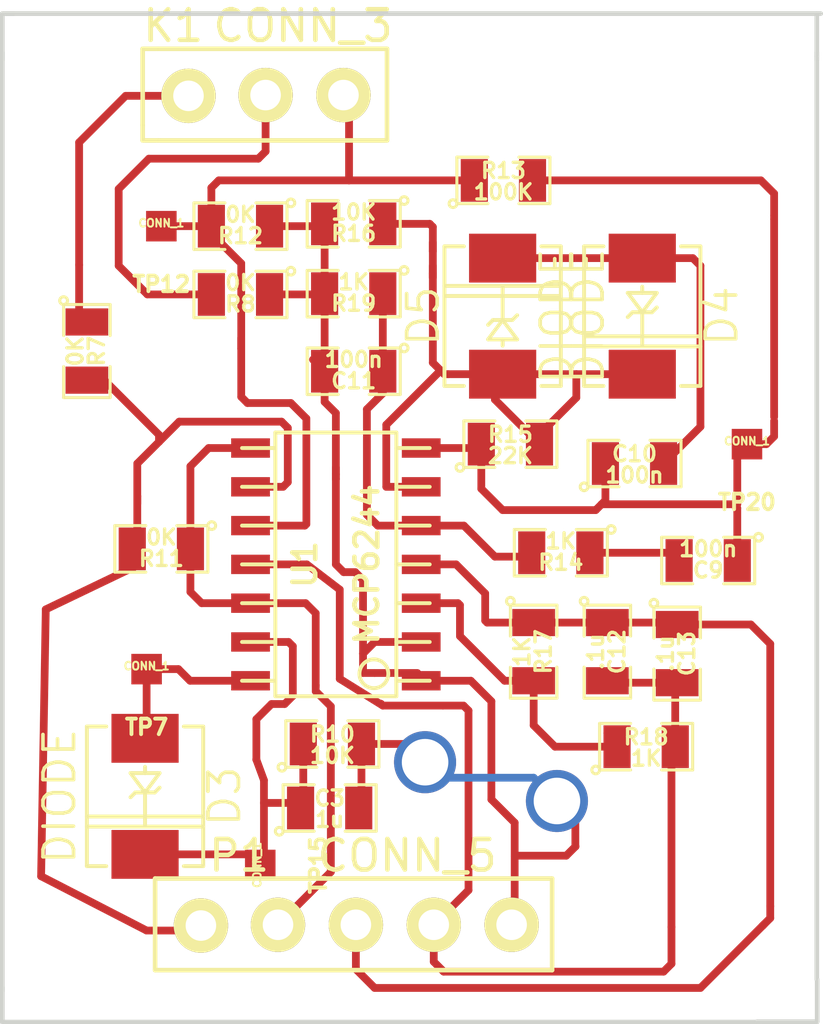
<source format=kicad_pcb>
(kicad_pcb (version 3) (host pcbnew "(2013-07-07 BZR 4022)-stable")

  (general
    (links 52)
    (no_connects 0)
    (area 28.625799 14.0514 55.575201 47.574201)
    (thickness 1.6)
    (drawings 11)
    (tracks 249)
    (zones 0)
    (modules 28)
    (nets 17)
  )

  (page A3)
  (layers
    (15 F.Cu signal)
    (0 B.Cu signal)
    (16 B.Adhes user)
    (17 F.Adhes user)
    (18 B.Paste user)
    (19 F.Paste user)
    (20 B.SilkS user)
    (21 F.SilkS user)
    (22 B.Mask user)
    (23 F.Mask user)
    (24 Dwgs.User user)
    (25 Cmts.User user)
    (26 Eco1.User user)
    (27 Eco2.User user)
    (28 Edge.Cuts user)
  )

  (setup
    (last_trace_width 0.254)
    (user_trace_width 0.6096)
    (trace_clearance 0.254)
    (zone_clearance 0.508)
    (zone_45_only no)
    (trace_min 0.254)
    (segment_width 0.2)
    (edge_width 0.1524)
    (via_size 2.032)
    (via_drill 1.524)
    (via_min_size 0.889)
    (via_min_drill 0.3302)
    (user_via 0.889 0.3302)
    (uvia_size 0.508)
    (uvia_drill 0.127)
    (uvias_allowed no)
    (uvia_min_size 0.508)
    (uvia_min_drill 0.127)
    (pcb_text_width 0.3)
    (pcb_text_size 1.5 1.5)
    (mod_edge_width 0.15)
    (mod_text_size 1 1)
    (mod_text_width 0.15)
    (pad_size 1 1)
    (pad_drill 0)
    (pad_to_mask_clearance 0)
    (aux_axis_origin 0 0)
    (visible_elements 7FFFFFFF)
    (pcbplotparams
      (layerselection 3178497)
      (usegerberextensions true)
      (excludeedgelayer true)
      (linewidth 0.150000)
      (plotframeref false)
      (viasonmask false)
      (mode 1)
      (useauxorigin false)
      (hpglpennumber 1)
      (hpglpenspeed 20)
      (hpglpendiameter 15)
      (hpglpenoverlay 2)
      (psnegative false)
      (psa4output false)
      (plotreference true)
      (plotvalue true)
      (plotothertext true)
      (plotinvisibletext false)
      (padsonsilk false)
      (subtractmaskfromsilk true)
      (outputformat 1)
      (mirror false)
      (drillshape 0)
      (scaleselection 1)
      (outputdirectory "//psf/Home/Documents/Lettuce Buddy HW/Healthy EC Test PCB/Test2/Kicad/Gerbers - second test/"))
  )

  (net 0 "")
  (net 1 /EC/50KPOT)
  (net 2 /EC/5KPOT)
  (net 3 /EC/EC_Meas)
  (net 4 /EC/EC_Probe+)
  (net 5 /EC/G1)
  (net 6 /EC/V+_WallWart)
  (net 7 /EC/VGND)
  (net 8 /EC/f1)
  (net 9 "/EC/pin 14")
  (net 10 "/EC/pin 3")
  (net 11 "/EC/pin 5")
  (net 12 "/EC/pin 6")
  (net 13 "/EC/pin 7")
  (net 14 AC_Shrunk)
  (net 15 AGND)
  (net 16 EC_Signal)

  (net_class Default "This is the default net class."
    (clearance 0.254)
    (trace_width 0.254)
    (via_dia 2.032)
    (via_drill 1.524)
    (uvia_dia 0.508)
    (uvia_drill 0.127)
    (add_net "")
    (add_net /EC/50KPOT)
    (add_net /EC/5KPOT)
    (add_net /EC/EC_Meas)
    (add_net /EC/EC_Probe+)
    (add_net /EC/G1)
    (add_net /EC/V+_WallWart)
    (add_net /EC/VGND)
    (add_net /EC/f1)
    (add_net "/EC/pin 14")
    (add_net "/EC/pin 3")
    (add_net "/EC/pin 5")
    (add_net "/EC/pin 6")
    (add_net "/EC/pin 7")
    (add_net AC_Shrunk)
    (add_net AGND)
    (add_net EC_Signal)
  )

  (module so-14 (layer F.Cu) (tedit 48A6BF8F) (tstamp 5468EC0A)
    (at 39.624 32.512 90)
    (descr SO-14)
    (path /53EF382C/5419C202)
    (attr smd)
    (fp_text reference U1 (at 0 -1.016 90) (layer F.SilkS)
      (effects (font (size 0.7493 0.7493) (thickness 0.14986)))
    )
    (fp_text value MCP6244 (at 0 1.016 90) (layer F.SilkS)
      (effects (font (size 0.7493 0.7493) (thickness 0.14986)))
    )
    (fp_line (start -4.318 -1.9812) (end -4.318 1.9812) (layer F.SilkS) (width 0.127))
    (fp_line (start -4.318 1.9812) (end 4.318 1.9812) (layer F.SilkS) (width 0.127))
    (fp_line (start 4.318 1.9812) (end 4.318 -1.9812) (layer F.SilkS) (width 0.127))
    (fp_line (start 4.318 -1.9812) (end -4.318 -1.9812) (layer F.SilkS) (width 0.127))
    (fp_line (start -2.54 -1.9812) (end -2.54 -3.0734) (layer F.SilkS) (width 0.127))
    (fp_line (start -1.27 -1.9812) (end -1.27 -3.0734) (layer F.SilkS) (width 0.127))
    (fp_line (start 0 -1.9812) (end 0 -3.0734) (layer F.SilkS) (width 0.127))
    (fp_line (start -3.81 -1.9812) (end -3.81 -3.0734) (layer F.SilkS) (width 0.127))
    (fp_line (start 1.27 -3.0734) (end 1.27 -1.9812) (layer F.SilkS) (width 0.127))
    (fp_line (start 2.54 -3.0734) (end 2.54 -1.9812) (layer F.SilkS) (width 0.127))
    (fp_line (start 3.81 -3.0734) (end 3.81 -1.9812) (layer F.SilkS) (width 0.127))
    (fp_line (start 3.81 1.9812) (end 3.81 3.0734) (layer F.SilkS) (width 0.127))
    (fp_line (start 2.54 1.9812) (end 2.54 3.0734) (layer F.SilkS) (width 0.127))
    (fp_line (start -3.81 1.9812) (end -3.81 3.0734) (layer F.SilkS) (width 0.127))
    (fp_line (start -2.54 3.0734) (end -2.54 1.9812) (layer F.SilkS) (width 0.127))
    (fp_line (start 1.27 3.0734) (end 1.27 1.9812) (layer F.SilkS) (width 0.127))
    (fp_line (start 0 3.0734) (end 0 1.9812) (layer F.SilkS) (width 0.127))
    (fp_line (start -1.27 3.0734) (end -1.27 1.9812) (layer F.SilkS) (width 0.127))
    (fp_circle (center -3.5814 1.2446) (end -3.8608 1.6256) (layer F.SilkS) (width 0.127))
    (pad 1 smd rect (at -3.81 2.794 90) (size 0.635 1.27)
      (layers F.Cu F.Paste F.Mask)
      (net 7 /EC/VGND)
    )
    (pad 2 smd rect (at -2.54 2.794 90) (size 0.635 1.27)
      (layers F.Cu F.Paste F.Mask)
      (net 7 /EC/VGND)
    )
    (pad 3 smd rect (at -1.27 2.794 90) (size 0.635 1.27)
      (layers F.Cu F.Paste F.Mask)
      (net 10 "/EC/pin 3")
    )
    (pad 4 smd rect (at 0 2.794 90) (size 0.635 1.27)
      (layers F.Cu F.Paste F.Mask)
      (net 6 /EC/V+_WallWart)
    )
    (pad 5 smd rect (at 1.27 2.794 90) (size 0.635 1.27)
      (layers F.Cu F.Paste F.Mask)
      (net 11 "/EC/pin 5")
    )
    (pad 6 smd rect (at 2.54 2.794 90) (size 0.635 1.27)
      (layers F.Cu F.Paste F.Mask)
      (net 12 "/EC/pin 6")
    )
    (pad 7 smd rect (at 3.81 2.794 90) (size 0.635 1.27)
      (layers F.Cu F.Paste F.Mask)
      (net 13 "/EC/pin 7")
    )
    (pad 8 smd rect (at 3.81 -2.794 90) (size 0.635 1.27)
      (layers F.Cu F.Paste F.Mask)
      (net 16 EC_Signal)
    )
    (pad 9 smd rect (at 2.54 -2.794 90) (size 0.635 1.27)
      (layers F.Cu F.Paste F.Mask)
      (net 4 /EC/EC_Probe+)
    )
    (pad 10 smd rect (at 1.27 -2.794 90) (size 0.635 1.27)
      (layers F.Cu F.Paste F.Mask)
      (net 14 AC_Shrunk)
    )
    (pad 11 smd rect (at 0 -2.794 90) (size 0.635 1.27)
      (layers F.Cu F.Paste F.Mask)
      (net 15 AGND)
    )
    (pad 12 smd rect (at -1.27 -2.794 90) (size 0.635 1.27)
      (layers F.Cu F.Paste F.Mask)
      (net 16 EC_Signal)
    )
    (pad 13 smd rect (at -2.54 -2.794 90) (size 0.635 1.27)
      (layers F.Cu F.Paste F.Mask)
      (net 3 /EC/EC_Meas)
    )
    (pad 14 smd rect (at -3.81 -2.794 90) (size 0.635 1.27)
      (layers F.Cu F.Paste F.Mask)
      (net 9 "/EC/pin 14")
    )
    (model smd/smd_dil/so-14.wrl
      (at (xyz 0 0 0))
      (scale (xyz 1 1 1))
      (rotate (xyz 0 0 0))
    )
  )

  (module SM0805 (layer F.Cu) (tedit 5091495C) (tstamp 5468EC17)
    (at 45.1104 19.939)
    (path /53EF382C/5416DCB7)
    (attr smd)
    (fp_text reference R13 (at 0 -0.3175) (layer F.SilkS)
      (effects (font (size 0.50038 0.50038) (thickness 0.10922)))
    )
    (fp_text value 100K (at 0 0.381) (layer F.SilkS)
      (effects (font (size 0.50038 0.50038) (thickness 0.10922)))
    )
    (fp_circle (center -1.651 0.762) (end -1.651 0.635) (layer F.SilkS) (width 0.09906))
    (fp_line (start -0.508 0.762) (end -1.524 0.762) (layer F.SilkS) (width 0.09906))
    (fp_line (start -1.524 0.762) (end -1.524 -0.762) (layer F.SilkS) (width 0.09906))
    (fp_line (start -1.524 -0.762) (end -0.508 -0.762) (layer F.SilkS) (width 0.09906))
    (fp_line (start 0.508 -0.762) (end 1.524 -0.762) (layer F.SilkS) (width 0.09906))
    (fp_line (start 1.524 -0.762) (end 1.524 0.762) (layer F.SilkS) (width 0.09906))
    (fp_line (start 1.524 0.762) (end 0.508 0.762) (layer F.SilkS) (width 0.09906))
    (pad 1 smd rect (at -0.9525 0) (size 0.889 1.397)
      (layers F.Cu F.Paste F.Mask)
      (net 14 AC_Shrunk)
    )
    (pad 2 smd rect (at 0.9525 0) (size 0.889 1.397)
      (layers F.Cu F.Paste F.Mask)
      (net 13 "/EC/pin 7")
    )
    (model smd/chip_cms.wrl
      (at (xyz 0 0 0))
      (scale (xyz 0.1 0.1 0.1))
      (rotate (xyz 0 0 0))
    )
  )

  (module SM0805 (layer F.Cu) (tedit 54693719) (tstamp 5468EC24)
    (at 33.909 32.004 180)
    (path /53EF382C/5450C300)
    (attr smd)
    (fp_text reference R11 (at 0 -0.3175 180) (layer F.SilkS)
      (effects (font (size 0.50038 0.50038) (thickness 0.10922)))
    )
    (fp_text value 0K (at 0 0.381 180) (layer F.SilkS)
      (effects (font (size 0.50038 0.50038) (thickness 0.10922)))
    )
    (fp_circle (center -1.651 0.762) (end -1.651 0.635) (layer F.SilkS) (width 0.09906))
    (fp_line (start -0.508 0.762) (end -1.524 0.762) (layer F.SilkS) (width 0.09906))
    (fp_line (start -1.524 0.762) (end -1.524 -0.762) (layer F.SilkS) (width 0.09906))
    (fp_line (start -1.524 -0.762) (end -0.508 -0.762) (layer F.SilkS) (width 0.09906))
    (fp_line (start 0.508 -0.762) (end 1.524 -0.762) (layer F.SilkS) (width 0.09906))
    (fp_line (start 1.524 -0.762) (end 1.524 0.762) (layer F.SilkS) (width 0.09906))
    (fp_line (start 1.524 0.762) (end 0.508 0.762) (layer F.SilkS) (width 0.09906))
    (pad 1 smd rect (at -0.9525 0 180) (size 0.889 1.397)
      (layers F.Cu F.Paste F.Mask)
      (net 16 EC_Signal)
    )
    (pad 2 smd rect (at 0.9525 0 180) (size 0.889 1.397)
      (layers F.Cu F.Paste F.Mask)
      (net 4 /EC/EC_Probe+)
    )
    (model smd/chip_cms.wrl
      (at (xyz 0 0 0))
      (scale (xyz 0.1 0.1 0.1))
      (rotate (xyz 0 0 0))
    )
  )

  (module SM0805 (layer F.Cu) (tedit 5091495C) (tstamp 5468EC31)
    (at 50.8 35.433 270)
    (path /53EF382C/544B8F3A)
    (attr smd)
    (fp_text reference C13 (at 0 -0.3175 270) (layer F.SilkS)
      (effects (font (size 0.50038 0.50038) (thickness 0.10922)))
    )
    (fp_text value .1u (at 0 0.381 270) (layer F.SilkS)
      (effects (font (size 0.50038 0.50038) (thickness 0.10922)))
    )
    (fp_circle (center -1.651 0.762) (end -1.651 0.635) (layer F.SilkS) (width 0.09906))
    (fp_line (start -0.508 0.762) (end -1.524 0.762) (layer F.SilkS) (width 0.09906))
    (fp_line (start -1.524 0.762) (end -1.524 -0.762) (layer F.SilkS) (width 0.09906))
    (fp_line (start -1.524 -0.762) (end -0.508 -0.762) (layer F.SilkS) (width 0.09906))
    (fp_line (start 0.508 -0.762) (end 1.524 -0.762) (layer F.SilkS) (width 0.09906))
    (fp_line (start 1.524 -0.762) (end 1.524 0.762) (layer F.SilkS) (width 0.09906))
    (fp_line (start 1.524 0.762) (end 0.508 0.762) (layer F.SilkS) (width 0.09906))
    (pad 1 smd rect (at -0.9525 0 270) (size 0.889 1.397)
      (layers F.Cu F.Paste F.Mask)
      (net 6 /EC/V+_WallWart)
    )
    (pad 2 smd rect (at 0.9525 0 270) (size 0.889 1.397)
      (layers F.Cu F.Paste F.Mask)
      (net 15 AGND)
    )
    (model smd/chip_cms.wrl
      (at (xyz 0 0 0))
      (scale (xyz 0.1 0.1 0.1))
      (rotate (xyz 0 0 0))
    )
  )

  (module SM0805 (layer F.Cu) (tedit 5091495C) (tstamp 5468EC3E)
    (at 48.514 35.3695 270)
    (path /53EF382C/544B8DF0)
    (attr smd)
    (fp_text reference C12 (at 0 -0.3175 270) (layer F.SilkS)
      (effects (font (size 0.50038 0.50038) (thickness 0.10922)))
    )
    (fp_text value .1u (at 0 0.381 270) (layer F.SilkS)
      (effects (font (size 0.50038 0.50038) (thickness 0.10922)))
    )
    (fp_circle (center -1.651 0.762) (end -1.651 0.635) (layer F.SilkS) (width 0.09906))
    (fp_line (start -0.508 0.762) (end -1.524 0.762) (layer F.SilkS) (width 0.09906))
    (fp_line (start -1.524 0.762) (end -1.524 -0.762) (layer F.SilkS) (width 0.09906))
    (fp_line (start -1.524 -0.762) (end -0.508 -0.762) (layer F.SilkS) (width 0.09906))
    (fp_line (start 0.508 -0.762) (end 1.524 -0.762) (layer F.SilkS) (width 0.09906))
    (fp_line (start 1.524 -0.762) (end 1.524 0.762) (layer F.SilkS) (width 0.09906))
    (fp_line (start 1.524 0.762) (end 0.508 0.762) (layer F.SilkS) (width 0.09906))
    (pad 1 smd rect (at -0.9525 0 270) (size 0.889 1.397)
      (layers F.Cu F.Paste F.Mask)
      (net 6 /EC/V+_WallWart)
    )
    (pad 2 smd rect (at 0.9525 0 270) (size 0.889 1.397)
      (layers F.Cu F.Paste F.Mask)
      (net 15 AGND)
    )
    (model smd/chip_cms.wrl
      (at (xyz 0 0 0))
      (scale (xyz 0.1 0.1 0.1))
      (rotate (xyz 0 0 0))
    )
  )

  (module SM0805 (layer F.Cu) (tedit 5091495C) (tstamp 5468EC4B)
    (at 39.4208 40.4876)
    (path /53EF382C/5416E04B)
    (attr smd)
    (fp_text reference C3 (at 0 -0.3175) (layer F.SilkS)
      (effects (font (size 0.50038 0.50038) (thickness 0.10922)))
    )
    (fp_text value 1u (at 0 0.381) (layer F.SilkS)
      (effects (font (size 0.50038 0.50038) (thickness 0.10922)))
    )
    (fp_circle (center -1.651 0.762) (end -1.651 0.635) (layer F.SilkS) (width 0.09906))
    (fp_line (start -0.508 0.762) (end -1.524 0.762) (layer F.SilkS) (width 0.09906))
    (fp_line (start -1.524 0.762) (end -1.524 -0.762) (layer F.SilkS) (width 0.09906))
    (fp_line (start -1.524 -0.762) (end -0.508 -0.762) (layer F.SilkS) (width 0.09906))
    (fp_line (start 0.508 -0.762) (end 1.524 -0.762) (layer F.SilkS) (width 0.09906))
    (fp_line (start 1.524 -0.762) (end 1.524 0.762) (layer F.SilkS) (width 0.09906))
    (fp_line (start 1.524 0.762) (end 0.508 0.762) (layer F.SilkS) (width 0.09906))
    (pad 1 smd rect (at -0.9525 0) (size 0.889 1.397)
      (layers F.Cu F.Paste F.Mask)
      (net 3 /EC/EC_Meas)
    )
    (pad 2 smd rect (at 0.9525 0) (size 0.889 1.397)
      (layers F.Cu F.Paste F.Mask)
      (net 7 /EC/VGND)
    )
    (model smd/chip_cms.wrl
      (at (xyz 0 0 0))
      (scale (xyz 0.1 0.1 0.1))
      (rotate (xyz 0 0 0))
    )
  )

  (module SM0805 (layer F.Cu) (tedit 5091495C) (tstamp 5468EC58)
    (at 39.5097 38.3921)
    (path /53EF382C/5416E045)
    (attr smd)
    (fp_text reference R10 (at 0 -0.3175) (layer F.SilkS)
      (effects (font (size 0.50038 0.50038) (thickness 0.10922)))
    )
    (fp_text value 10K (at 0 0.381) (layer F.SilkS)
      (effects (font (size 0.50038 0.50038) (thickness 0.10922)))
    )
    (fp_circle (center -1.651 0.762) (end -1.651 0.635) (layer F.SilkS) (width 0.09906))
    (fp_line (start -0.508 0.762) (end -1.524 0.762) (layer F.SilkS) (width 0.09906))
    (fp_line (start -1.524 0.762) (end -1.524 -0.762) (layer F.SilkS) (width 0.09906))
    (fp_line (start -1.524 -0.762) (end -0.508 -0.762) (layer F.SilkS) (width 0.09906))
    (fp_line (start 0.508 -0.762) (end 1.524 -0.762) (layer F.SilkS) (width 0.09906))
    (fp_line (start 1.524 -0.762) (end 1.524 0.762) (layer F.SilkS) (width 0.09906))
    (fp_line (start 1.524 0.762) (end 0.508 0.762) (layer F.SilkS) (width 0.09906))
    (pad 1 smd rect (at -0.9525 0) (size 0.889 1.397)
      (layers F.Cu F.Paste F.Mask)
      (net 3 /EC/EC_Meas)
    )
    (pad 2 smd rect (at 0.9525 0) (size 0.889 1.397)
      (layers F.Cu F.Paste F.Mask)
      (net 7 /EC/VGND)
    )
    (model smd/chip_cms.wrl
      (at (xyz 0 0 0))
      (scale (xyz 0.1 0.1 0.1))
      (rotate (xyz 0 0 0))
    )
  )

  (module SM0805 (layer F.Cu) (tedit 5091495C) (tstamp 5468EC65)
    (at 36.4998 21.4376 180)
    (path /53EF382C/5450C534)
    (attr smd)
    (fp_text reference R12 (at 0 -0.3175 180) (layer F.SilkS)
      (effects (font (size 0.50038 0.50038) (thickness 0.10922)))
    )
    (fp_text value 0K (at 0 0.381 180) (layer F.SilkS)
      (effects (font (size 0.50038 0.50038) (thickness 0.10922)))
    )
    (fp_circle (center -1.651 0.762) (end -1.651 0.635) (layer F.SilkS) (width 0.09906))
    (fp_line (start -0.508 0.762) (end -1.524 0.762) (layer F.SilkS) (width 0.09906))
    (fp_line (start -1.524 0.762) (end -1.524 -0.762) (layer F.SilkS) (width 0.09906))
    (fp_line (start -1.524 -0.762) (end -0.508 -0.762) (layer F.SilkS) (width 0.09906))
    (fp_line (start 0.508 -0.762) (end 1.524 -0.762) (layer F.SilkS) (width 0.09906))
    (fp_line (start 1.524 -0.762) (end 1.524 0.762) (layer F.SilkS) (width 0.09906))
    (fp_line (start 1.524 0.762) (end 0.508 0.762) (layer F.SilkS) (width 0.09906))
    (pad 1 smd rect (at -0.9525 0 180) (size 0.889 1.397)
      (layers F.Cu F.Paste F.Mask)
      (net 7 /EC/VGND)
    )
    (pad 2 smd rect (at 0.9525 0 180) (size 0.889 1.397)
      (layers F.Cu F.Paste F.Mask)
      (net 14 AC_Shrunk)
    )
    (model smd/chip_cms.wrl
      (at (xyz 0 0 0))
      (scale (xyz 0.1 0.1 0.1))
      (rotate (xyz 0 0 0))
    )
  )

  (module SM0805 (layer F.Cu) (tedit 5091495C) (tstamp 5468EC72)
    (at 46.99 32.131 180)
    (path /53EF382C/5416DB22)
    (attr smd)
    (fp_text reference R14 (at 0 -0.3175 180) (layer F.SilkS)
      (effects (font (size 0.50038 0.50038) (thickness 0.10922)))
    )
    (fp_text value 1K (at 0 0.381 180) (layer F.SilkS)
      (effects (font (size 0.50038 0.50038) (thickness 0.10922)))
    )
    (fp_circle (center -1.651 0.762) (end -1.651 0.635) (layer F.SilkS) (width 0.09906))
    (fp_line (start -0.508 0.762) (end -1.524 0.762) (layer F.SilkS) (width 0.09906))
    (fp_line (start -1.524 0.762) (end -1.524 -0.762) (layer F.SilkS) (width 0.09906))
    (fp_line (start -1.524 -0.762) (end -0.508 -0.762) (layer F.SilkS) (width 0.09906))
    (fp_line (start 0.508 -0.762) (end 1.524 -0.762) (layer F.SilkS) (width 0.09906))
    (fp_line (start 1.524 -0.762) (end 1.524 0.762) (layer F.SilkS) (width 0.09906))
    (fp_line (start 1.524 0.762) (end 0.508 0.762) (layer F.SilkS) (width 0.09906))
    (pad 1 smd rect (at -0.9525 0 180) (size 0.889 1.397)
      (layers F.Cu F.Paste F.Mask)
      (net 8 /EC/f1)
    )
    (pad 2 smd rect (at 0.9525 0 180) (size 0.889 1.397)
      (layers F.Cu F.Paste F.Mask)
      (net 11 "/EC/pin 5")
    )
    (model smd/chip_cms.wrl
      (at (xyz 0 0 0))
      (scale (xyz 0.1 0.1 0.1))
      (rotate (xyz 0 0 0))
    )
  )

  (module SM0805 (layer F.Cu) (tedit 5091495C) (tstamp 5468EC7F)
    (at 51.816 32.385 180)
    (path /53EF382C/5416DB1C)
    (attr smd)
    (fp_text reference C9 (at 0 -0.3175 180) (layer F.SilkS)
      (effects (font (size 0.50038 0.50038) (thickness 0.10922)))
    )
    (fp_text value 100n (at 0 0.381 180) (layer F.SilkS)
      (effects (font (size 0.50038 0.50038) (thickness 0.10922)))
    )
    (fp_circle (center -1.651 0.762) (end -1.651 0.635) (layer F.SilkS) (width 0.09906))
    (fp_line (start -0.508 0.762) (end -1.524 0.762) (layer F.SilkS) (width 0.09906))
    (fp_line (start -1.524 0.762) (end -1.524 -0.762) (layer F.SilkS) (width 0.09906))
    (fp_line (start -1.524 -0.762) (end -0.508 -0.762) (layer F.SilkS) (width 0.09906))
    (fp_line (start 0.508 -0.762) (end 1.524 -0.762) (layer F.SilkS) (width 0.09906))
    (fp_line (start 1.524 -0.762) (end 1.524 0.762) (layer F.SilkS) (width 0.09906))
    (fp_line (start 1.524 0.762) (end 0.508 0.762) (layer F.SilkS) (width 0.09906))
    (pad 1 smd rect (at -0.9525 0 180) (size 0.889 1.397)
      (layers F.Cu F.Paste F.Mask)
      (net 13 "/EC/pin 7")
    )
    (pad 2 smd rect (at 0.9525 0 180) (size 0.889 1.397)
      (layers F.Cu F.Paste F.Mask)
      (net 8 /EC/f1)
    )
    (model smd/chip_cms.wrl
      (at (xyz 0 0 0))
      (scale (xyz 0.1 0.1 0.1))
      (rotate (xyz 0 0 0))
    )
  )

  (module SM0805 (layer F.Cu) (tedit 5091495C) (tstamp 5468EC8C)
    (at 36.4998 23.6728 180)
    (path /53EF382C/546734B9)
    (attr smd)
    (fp_text reference R8 (at 0 -0.3175 180) (layer F.SilkS)
      (effects (font (size 0.50038 0.50038) (thickness 0.10922)))
    )
    (fp_text value 0K (at 0 0.381 180) (layer F.SilkS)
      (effects (font (size 0.50038 0.50038) (thickness 0.10922)))
    )
    (fp_circle (center -1.651 0.762) (end -1.651 0.635) (layer F.SilkS) (width 0.09906))
    (fp_line (start -0.508 0.762) (end -1.524 0.762) (layer F.SilkS) (width 0.09906))
    (fp_line (start -1.524 0.762) (end -1.524 -0.762) (layer F.SilkS) (width 0.09906))
    (fp_line (start -1.524 -0.762) (end -0.508 -0.762) (layer F.SilkS) (width 0.09906))
    (fp_line (start 0.508 -0.762) (end 1.524 -0.762) (layer F.SilkS) (width 0.09906))
    (fp_line (start 1.524 -0.762) (end 1.524 0.762) (layer F.SilkS) (width 0.09906))
    (fp_line (start 1.524 0.762) (end 0.508 0.762) (layer F.SilkS) (width 0.09906))
    (pad 1 smd rect (at -0.9525 0 180) (size 0.889 1.397)
      (layers F.Cu F.Paste F.Mask)
      (net 7 /EC/VGND)
    )
    (pad 2 smd rect (at 0.9525 0 180) (size 0.889 1.397)
      (layers F.Cu F.Paste F.Mask)
      (net 1 /EC/50KPOT)
    )
    (model smd/chip_cms.wrl
      (at (xyz 0 0 0))
      (scale (xyz 0.1 0.1 0.1))
      (rotate (xyz 0 0 0))
    )
  )

  (module SM0805 (layer F.Cu) (tedit 5091495C) (tstamp 5468EC99)
    (at 31.4706 25.527 270)
    (path /53EF382C/5467383B)
    (attr smd)
    (fp_text reference R7 (at 0 -0.3175 270) (layer F.SilkS)
      (effects (font (size 0.50038 0.50038) (thickness 0.10922)))
    )
    (fp_text value 0K (at 0 0.381 270) (layer F.SilkS)
      (effects (font (size 0.50038 0.50038) (thickness 0.10922)))
    )
    (fp_circle (center -1.651 0.762) (end -1.651 0.635) (layer F.SilkS) (width 0.09906))
    (fp_line (start -0.508 0.762) (end -1.524 0.762) (layer F.SilkS) (width 0.09906))
    (fp_line (start -1.524 0.762) (end -1.524 -0.762) (layer F.SilkS) (width 0.09906))
    (fp_line (start -1.524 -0.762) (end -0.508 -0.762) (layer F.SilkS) (width 0.09906))
    (fp_line (start 0.508 -0.762) (end 1.524 -0.762) (layer F.SilkS) (width 0.09906))
    (fp_line (start 1.524 -0.762) (end 1.524 0.762) (layer F.SilkS) (width 0.09906))
    (fp_line (start 1.524 0.762) (end 0.508 0.762) (layer F.SilkS) (width 0.09906))
    (pad 1 smd rect (at -0.9525 0 270) (size 0.889 1.397)
      (layers F.Cu F.Paste F.Mask)
      (net 2 /EC/5KPOT)
    )
    (pad 2 smd rect (at 0.9525 0 270) (size 0.889 1.397)
      (layers F.Cu F.Paste F.Mask)
      (net 4 /EC/EC_Probe+)
    )
    (model smd/chip_cms.wrl
      (at (xyz 0 0 0))
      (scale (xyz 0.1 0.1 0.1))
      (rotate (xyz 0 0 0))
    )
  )

  (module SM0805 (layer F.Cu) (tedit 5091495C) (tstamp 5468ECA6)
    (at 45.339 28.575)
    (path /53EF382C/5416D7C3)
    (attr smd)
    (fp_text reference R15 (at 0 -0.3175) (layer F.SilkS)
      (effects (font (size 0.50038 0.50038) (thickness 0.10922)))
    )
    (fp_text value 22K (at 0 0.381) (layer F.SilkS)
      (effects (font (size 0.50038 0.50038) (thickness 0.10922)))
    )
    (fp_circle (center -1.651 0.762) (end -1.651 0.635) (layer F.SilkS) (width 0.09906))
    (fp_line (start -0.508 0.762) (end -1.524 0.762) (layer F.SilkS) (width 0.09906))
    (fp_line (start -1.524 0.762) (end -1.524 -0.762) (layer F.SilkS) (width 0.09906))
    (fp_line (start -1.524 -0.762) (end -0.508 -0.762) (layer F.SilkS) (width 0.09906))
    (fp_line (start 0.508 -0.762) (end 1.524 -0.762) (layer F.SilkS) (width 0.09906))
    (fp_line (start 1.524 -0.762) (end 1.524 0.762) (layer F.SilkS) (width 0.09906))
    (fp_line (start 1.524 0.762) (end 0.508 0.762) (layer F.SilkS) (width 0.09906))
    (pad 1 smd rect (at -0.9525 0) (size 0.889 1.397)
      (layers F.Cu F.Paste F.Mask)
      (net 13 "/EC/pin 7")
    )
    (pad 2 smd rect (at 0.9525 0) (size 0.889 1.397)
      (layers F.Cu F.Paste F.Mask)
      (net 12 "/EC/pin 6")
    )
    (model smd/chip_cms.wrl
      (at (xyz 0 0 0))
      (scale (xyz 0.1 0.1 0.1))
      (rotate (xyz 0 0 0))
    )
  )

  (module SM0805 (layer F.Cu) (tedit 5091495C) (tstamp 5468ECB3)
    (at 49.403 29.21)
    (path /53EF382C/5416D70C)
    (attr smd)
    (fp_text reference C10 (at 0 -0.3175) (layer F.SilkS)
      (effects (font (size 0.50038 0.50038) (thickness 0.10922)))
    )
    (fp_text value 100n (at 0 0.381) (layer F.SilkS)
      (effects (font (size 0.50038 0.50038) (thickness 0.10922)))
    )
    (fp_circle (center -1.651 0.762) (end -1.651 0.635) (layer F.SilkS) (width 0.09906))
    (fp_line (start -0.508 0.762) (end -1.524 0.762) (layer F.SilkS) (width 0.09906))
    (fp_line (start -1.524 0.762) (end -1.524 -0.762) (layer F.SilkS) (width 0.09906))
    (fp_line (start -1.524 -0.762) (end -0.508 -0.762) (layer F.SilkS) (width 0.09906))
    (fp_line (start 0.508 -0.762) (end 1.524 -0.762) (layer F.SilkS) (width 0.09906))
    (fp_line (start 1.524 -0.762) (end 1.524 0.762) (layer F.SilkS) (width 0.09906))
    (fp_line (start 1.524 0.762) (end 0.508 0.762) (layer F.SilkS) (width 0.09906))
    (pad 1 smd rect (at -0.9525 0) (size 0.889 1.397)
      (layers F.Cu F.Paste F.Mask)
      (net 13 "/EC/pin 7")
    )
    (pad 2 smd rect (at 0.9525 0) (size 0.889 1.397)
      (layers F.Cu F.Paste F.Mask)
      (net 5 /EC/G1)
    )
    (model smd/chip_cms.wrl
      (at (xyz 0 0 0))
      (scale (xyz 0.1 0.1 0.1))
      (rotate (xyz 0 0 0))
    )
  )

  (module SM0805 (layer F.Cu) (tedit 5091495C) (tstamp 5468ECC0)
    (at 40.2082 26.1874 180)
    (path /53EF382C/5416D6FD)
    (attr smd)
    (fp_text reference C11 (at 0 -0.3175 180) (layer F.SilkS)
      (effects (font (size 0.50038 0.50038) (thickness 0.10922)))
    )
    (fp_text value 100n (at 0 0.381 180) (layer F.SilkS)
      (effects (font (size 0.50038 0.50038) (thickness 0.10922)))
    )
    (fp_circle (center -1.651 0.762) (end -1.651 0.635) (layer F.SilkS) (width 0.09906))
    (fp_line (start -0.508 0.762) (end -1.524 0.762) (layer F.SilkS) (width 0.09906))
    (fp_line (start -1.524 0.762) (end -1.524 -0.762) (layer F.SilkS) (width 0.09906))
    (fp_line (start -1.524 -0.762) (end -0.508 -0.762) (layer F.SilkS) (width 0.09906))
    (fp_line (start 0.508 -0.762) (end 1.524 -0.762) (layer F.SilkS) (width 0.09906))
    (fp_line (start 1.524 -0.762) (end 1.524 0.762) (layer F.SilkS) (width 0.09906))
    (fp_line (start 1.524 0.762) (end 0.508 0.762) (layer F.SilkS) (width 0.09906))
    (pad 1 smd rect (at -0.9525 0 180) (size 0.889 1.397)
      (layers F.Cu F.Paste F.Mask)
      (net 11 "/EC/pin 5")
    )
    (pad 2 smd rect (at 0.9525 0 180) (size 0.889 1.397)
      (layers F.Cu F.Paste F.Mask)
      (net 7 /EC/VGND)
    )
    (model smd/chip_cms.wrl
      (at (xyz 0 0 0))
      (scale (xyz 0.1 0.1 0.1))
      (rotate (xyz 0 0 0))
    )
  )

  (module SM0805 (layer F.Cu) (tedit 5091495C) (tstamp 5468ECCD)
    (at 40.2082 21.3614 180)
    (path /53EF382C/5416D6F5)
    (attr smd)
    (fp_text reference R16 (at 0 -0.3175 180) (layer F.SilkS)
      (effects (font (size 0.50038 0.50038) (thickness 0.10922)))
    )
    (fp_text value 10K (at 0 0.381 180) (layer F.SilkS)
      (effects (font (size 0.50038 0.50038) (thickness 0.10922)))
    )
    (fp_circle (center -1.651 0.762) (end -1.651 0.635) (layer F.SilkS) (width 0.09906))
    (fp_line (start -0.508 0.762) (end -1.524 0.762) (layer F.SilkS) (width 0.09906))
    (fp_line (start -1.524 0.762) (end -1.524 -0.762) (layer F.SilkS) (width 0.09906))
    (fp_line (start -1.524 -0.762) (end -0.508 -0.762) (layer F.SilkS) (width 0.09906))
    (fp_line (start 0.508 -0.762) (end 1.524 -0.762) (layer F.SilkS) (width 0.09906))
    (fp_line (start 1.524 -0.762) (end 1.524 0.762) (layer F.SilkS) (width 0.09906))
    (fp_line (start 1.524 0.762) (end 0.508 0.762) (layer F.SilkS) (width 0.09906))
    (pad 1 smd rect (at -0.9525 0 180) (size 0.889 1.397)
      (layers F.Cu F.Paste F.Mask)
      (net 12 "/EC/pin 6")
    )
    (pad 2 smd rect (at 0.9525 0 180) (size 0.889 1.397)
      (layers F.Cu F.Paste F.Mask)
      (net 7 /EC/VGND)
    )
    (model smd/chip_cms.wrl
      (at (xyz 0 0 0))
      (scale (xyz 0.1 0.1 0.1))
      (rotate (xyz 0 0 0))
    )
  )

  (module SM0805 (layer F.Cu) (tedit 5091495C) (tstamp 5468ECDA)
    (at 40.2082 23.6474 180)
    (path /53EF382C/5416D6EF)
    (attr smd)
    (fp_text reference R19 (at 0 -0.3175 180) (layer F.SilkS)
      (effects (font (size 0.50038 0.50038) (thickness 0.10922)))
    )
    (fp_text value 1K (at 0 0.381 180) (layer F.SilkS)
      (effects (font (size 0.50038 0.50038) (thickness 0.10922)))
    )
    (fp_circle (center -1.651 0.762) (end -1.651 0.635) (layer F.SilkS) (width 0.09906))
    (fp_line (start -0.508 0.762) (end -1.524 0.762) (layer F.SilkS) (width 0.09906))
    (fp_line (start -1.524 0.762) (end -1.524 -0.762) (layer F.SilkS) (width 0.09906))
    (fp_line (start -1.524 -0.762) (end -0.508 -0.762) (layer F.SilkS) (width 0.09906))
    (fp_line (start 0.508 -0.762) (end 1.524 -0.762) (layer F.SilkS) (width 0.09906))
    (fp_line (start 1.524 -0.762) (end 1.524 0.762) (layer F.SilkS) (width 0.09906))
    (fp_line (start 1.524 0.762) (end 0.508 0.762) (layer F.SilkS) (width 0.09906))
    (pad 1 smd rect (at -0.9525 0 180) (size 0.889 1.397)
      (layers F.Cu F.Paste F.Mask)
      (net 11 "/EC/pin 5")
    )
    (pad 2 smd rect (at 0.9525 0 180) (size 0.889 1.397)
      (layers F.Cu F.Paste F.Mask)
      (net 7 /EC/VGND)
    )
    (model smd/chip_cms.wrl
      (at (xyz 0 0 0))
      (scale (xyz 0.1 0.1 0.1))
      (rotate (xyz 0 0 0))
    )
  )

  (module SM0805 (layer F.Cu) (tedit 5091495C) (tstamp 5468ECE7)
    (at 49.784 38.481)
    (path /53EF382C/5416D6B8)
    (attr smd)
    (fp_text reference R18 (at 0 -0.3175) (layer F.SilkS)
      (effects (font (size 0.50038 0.50038) (thickness 0.10922)))
    )
    (fp_text value 1K (at 0 0.381) (layer F.SilkS)
      (effects (font (size 0.50038 0.50038) (thickness 0.10922)))
    )
    (fp_circle (center -1.651 0.762) (end -1.651 0.635) (layer F.SilkS) (width 0.09906))
    (fp_line (start -0.508 0.762) (end -1.524 0.762) (layer F.SilkS) (width 0.09906))
    (fp_line (start -1.524 0.762) (end -1.524 -0.762) (layer F.SilkS) (width 0.09906))
    (fp_line (start -1.524 -0.762) (end -0.508 -0.762) (layer F.SilkS) (width 0.09906))
    (fp_line (start 0.508 -0.762) (end 1.524 -0.762) (layer F.SilkS) (width 0.09906))
    (fp_line (start 1.524 -0.762) (end 1.524 0.762) (layer F.SilkS) (width 0.09906))
    (fp_line (start 1.524 0.762) (end 0.508 0.762) (layer F.SilkS) (width 0.09906))
    (pad 1 smd rect (at -0.9525 0) (size 0.889 1.397)
      (layers F.Cu F.Paste F.Mask)
      (net 10 "/EC/pin 3")
    )
    (pad 2 smd rect (at 0.9525 0) (size 0.889 1.397)
      (layers F.Cu F.Paste F.Mask)
      (net 15 AGND)
    )
    (model smd/chip_cms.wrl
      (at (xyz 0 0 0))
      (scale (xyz 0.1 0.1 0.1))
      (rotate (xyz 0 0 0))
    )
  )

  (module SM0805 (layer F.Cu) (tedit 5091495C) (tstamp 5468ECF4)
    (at 46.101 35.3695 270)
    (path /53EF382C/5416D6AB)
    (attr smd)
    (fp_text reference R17 (at 0 -0.3175 270) (layer F.SilkS)
      (effects (font (size 0.50038 0.50038) (thickness 0.10922)))
    )
    (fp_text value 1K (at 0 0.381 270) (layer F.SilkS)
      (effects (font (size 0.50038 0.50038) (thickness 0.10922)))
    )
    (fp_circle (center -1.651 0.762) (end -1.651 0.635) (layer F.SilkS) (width 0.09906))
    (fp_line (start -0.508 0.762) (end -1.524 0.762) (layer F.SilkS) (width 0.09906))
    (fp_line (start -1.524 0.762) (end -1.524 -0.762) (layer F.SilkS) (width 0.09906))
    (fp_line (start -1.524 -0.762) (end -0.508 -0.762) (layer F.SilkS) (width 0.09906))
    (fp_line (start 0.508 -0.762) (end 1.524 -0.762) (layer F.SilkS) (width 0.09906))
    (fp_line (start 1.524 -0.762) (end 1.524 0.762) (layer F.SilkS) (width 0.09906))
    (fp_line (start 1.524 0.762) (end 0.508 0.762) (layer F.SilkS) (width 0.09906))
    (pad 1 smd rect (at -0.9525 0 270) (size 0.889 1.397)
      (layers F.Cu F.Paste F.Mask)
      (net 6 /EC/V+_WallWart)
    )
    (pad 2 smd rect (at 0.9525 0 270) (size 0.889 1.397)
      (layers F.Cu F.Paste F.Mask)
      (net 10 "/EC/pin 3")
    )
    (model smd/chip_cms.wrl
      (at (xyz 0 0 0))
      (scale (xyz 0.1 0.1 0.1))
      (rotate (xyz 0 0 0))
    )
  )

  (module LB_TestPoint (layer F.Cu) (tedit 54677F7B) (tstamp 5468ECF9)
    (at 53.086 28.575)
    (path /53EF382C/54187FEE)
    (fp_text reference TP20 (at 0 1.9) (layer F.SilkS)
      (effects (font (size 0.508 0.508) (thickness 0.127)))
    )
    (fp_text value CONN_1 (at 0 -0.1) (layer F.SilkS)
      (effects (font (size 0.254 0.254) (thickness 0.0635)))
    )
    (pad 1 smd rect (at 0 0) (size 1 1)
      (layers F.Cu F.Paste F.Mask)
      (net 13 "/EC/pin 7")
    )
  )

  (module LB_TestPoint (layer F.Cu) (tedit 54677F7B) (tstamp 5468ECFE)
    (at 37.1475 42.3545 90)
    (path /53EF382C/541883B4)
    (fp_text reference TP15 (at 0 1.9 90) (layer F.SilkS)
      (effects (font (size 0.508 0.508) (thickness 0.127)))
    )
    (fp_text value CONN_1 (at 0 -0.1 90) (layer F.SilkS)
      (effects (font (size 0.254 0.254) (thickness 0.0635)))
    )
    (pad 1 smd rect (at 0 0 90) (size 1 1)
      (layers F.Cu F.Paste F.Mask)
      (net 3 /EC/EC_Meas)
    )
  )

  (module LB_TestPoint (layer F.Cu) (tedit 54677F7B) (tstamp 5468ED03)
    (at 33.909 21.4376)
    (path /53EF382C/544BE33F)
    (fp_text reference TP12 (at 0 1.9) (layer F.SilkS)
      (effects (font (size 0.508 0.508) (thickness 0.127)))
    )
    (fp_text value CONN_1 (at 0 -0.1) (layer F.SilkS)
      (effects (font (size 0.254 0.254) (thickness 0.0635)))
    )
    (pad 1 smd rect (at 0 0) (size 1 1)
      (layers F.Cu F.Paste F.Mask)
      (net 14 AC_Shrunk)
    )
  )

  (module LB_TestPoint (layer F.Cu) (tedit 54677F7B) (tstamp 5468ED08)
    (at 33.4264 35.941)
    (path /53EF382C/544D057D)
    (fp_text reference TP7 (at 0 1.9) (layer F.SilkS)
      (effects (font (size 0.508 0.508) (thickness 0.127)))
    )
    (fp_text value CONN_1 (at 0 -0.1) (layer F.SilkS)
      (effects (font (size 0.254 0.254) (thickness 0.0635)))
    )
    (pad 1 smd rect (at 0 0) (size 1 1)
      (layers F.Cu F.Paste F.Mask)
      (net 9 "/EC/pin 14")
    )
  )

  (module "DO-214AC(SMA)" (layer F.Cu) (tedit 50924EEA) (tstamp 5468ED36)
    (at 33.3756 40.1066 270)
    (descr "DO-214AC (SMA)  PACKAGE.")
    (tags "DO-214AC SMA")
    (path /53EF382C/5416E03F)
    (attr smd)
    (fp_text reference D3 (at 0 -2.60096 270) (layer F.SilkS)
      (effects (font (size 1.00076 1.00076) (thickness 0.11938)))
    )
    (fp_text value DIODE (at 0 2.79908 270) (layer F.SilkS)
      (effects (font (size 1.00076 1.00076) (thickness 0.11938)))
    )
    (fp_line (start -0.762 0) (end -0.9652 0) (layer F.SilkS) (width 0.127))
    (fp_line (start -2.286 -1.905) (end 2.286 -1.905) (layer F.SilkS) (width 0.127))
    (fp_line (start 2.286 -1.905) (end 2.286 -1.27) (layer F.SilkS) (width 0.127))
    (fp_line (start 0.6604 1.905) (end 0.6604 -1.905) (layer F.SilkS) (width 0.127))
    (fp_line (start 0.9906 1.905) (end 0.9906 -1.905) (layer F.SilkS) (width 0.127))
    (fp_line (start -2.286 1.27) (end -2.286 1.905) (layer F.SilkS) (width 0.127))
    (fp_line (start -2.286 1.905) (end 2.286 1.905) (layer F.SilkS) (width 0.127))
    (fp_line (start 2.286 1.905) (end 2.286 1.27) (layer F.SilkS) (width 0.127))
    (fp_line (start -2.286 -1.27) (end -2.286 -1.905) (layer F.SilkS) (width 0.127))
    (fp_line (start -0.127 0) (end -0.762 -0.47498) (layer F.SilkS) (width 0.127))
    (fp_line (start -0.762 -0.47498) (end -0.762 0) (layer F.SilkS) (width 0.127))
    (fp_line (start -0.762 0) (end -0.762 0.47498) (layer F.SilkS) (width 0.127))
    (fp_line (start -0.762 0.47498) (end -0.127 0) (layer F.SilkS) (width 0.127))
    (fp_line (start -0.127 0) (end -0.127 -0.3175) (layer F.SilkS) (width 0.127))
    (fp_line (start -0.127 -0.3175) (end -0.28448 -0.47498) (layer F.SilkS) (width 0.127))
    (fp_line (start -0.127 0) (end -0.127 0.3175) (layer F.SilkS) (width 0.127))
    (fp_line (start -0.127 0.3175) (end 0.03048 0.47498) (layer F.SilkS) (width 0.127))
    (fp_line (start -0.127 0) (end 0.98298 0) (layer F.SilkS) (width 0.127))
    (pad 1 smd rect (at -1.89992 0 270) (size 1.6002 2.19964)
      (layers F.Cu F.Paste F.Mask)
      (net 9 "/EC/pin 14")
    )
    (pad 2 smd rect (at 1.89992 0 270) (size 1.6002 2.19964)
      (layers F.Cu F.Paste F.Mask)
      (net 3 /EC/EC_Meas)
    )
    (model smd/do214.wrl
      (at (xyz 0 0 0))
      (scale (xyz 0.95 0.95 0.95))
      (rotate (xyz 0 0 0))
    )
  )

  (module "DO-214AC(SMA)" (layer F.Cu) (tedit 50924EEA) (tstamp 5468ED4E)
    (at 45.085 24.384 90)
    (descr "DO-214AC (SMA)  PACKAGE.")
    (tags "DO-214AC SMA")
    (path /53EF382C/5416D7E2)
    (attr smd)
    (fp_text reference D5 (at 0 -2.60096 90) (layer F.SilkS)
      (effects (font (size 1.00076 1.00076) (thickness 0.11938)))
    )
    (fp_text value DIODE (at 0 2.79908 90) (layer F.SilkS)
      (effects (font (size 1.00076 1.00076) (thickness 0.11938)))
    )
    (fp_line (start -0.762 0) (end -0.9652 0) (layer F.SilkS) (width 0.127))
    (fp_line (start -2.286 -1.905) (end 2.286 -1.905) (layer F.SilkS) (width 0.127))
    (fp_line (start 2.286 -1.905) (end 2.286 -1.27) (layer F.SilkS) (width 0.127))
    (fp_line (start 0.6604 1.905) (end 0.6604 -1.905) (layer F.SilkS) (width 0.127))
    (fp_line (start 0.9906 1.905) (end 0.9906 -1.905) (layer F.SilkS) (width 0.127))
    (fp_line (start -2.286 1.27) (end -2.286 1.905) (layer F.SilkS) (width 0.127))
    (fp_line (start -2.286 1.905) (end 2.286 1.905) (layer F.SilkS) (width 0.127))
    (fp_line (start 2.286 1.905) (end 2.286 1.27) (layer F.SilkS) (width 0.127))
    (fp_line (start -2.286 -1.27) (end -2.286 -1.905) (layer F.SilkS) (width 0.127))
    (fp_line (start -0.127 0) (end -0.762 -0.47498) (layer F.SilkS) (width 0.127))
    (fp_line (start -0.762 -0.47498) (end -0.762 0) (layer F.SilkS) (width 0.127))
    (fp_line (start -0.762 0) (end -0.762 0.47498) (layer F.SilkS) (width 0.127))
    (fp_line (start -0.762 0.47498) (end -0.127 0) (layer F.SilkS) (width 0.127))
    (fp_line (start -0.127 0) (end -0.127 -0.3175) (layer F.SilkS) (width 0.127))
    (fp_line (start -0.127 -0.3175) (end -0.28448 -0.47498) (layer F.SilkS) (width 0.127))
    (fp_line (start -0.127 0) (end -0.127 0.3175) (layer F.SilkS) (width 0.127))
    (fp_line (start -0.127 0.3175) (end 0.03048 0.47498) (layer F.SilkS) (width 0.127))
    (fp_line (start -0.127 0) (end 0.98298 0) (layer F.SilkS) (width 0.127))
    (pad 1 smd rect (at -1.89992 0 90) (size 1.6002 2.19964)
      (layers F.Cu F.Paste F.Mask)
      (net 12 "/EC/pin 6")
    )
    (pad 2 smd rect (at 1.89992 0 90) (size 1.6002 2.19964)
      (layers F.Cu F.Paste F.Mask)
      (net 5 /EC/G1)
    )
    (model smd/do214.wrl
      (at (xyz 0 0 0))
      (scale (xyz 0.95 0.95 0.95))
      (rotate (xyz 0 0 0))
    )
  )

  (module "DO-214AC(SMA)" (layer F.Cu) (tedit 50924EEA) (tstamp 5468ED66)
    (at 49.657 24.384 270)
    (descr "DO-214AC (SMA)  PACKAGE.")
    (tags "DO-214AC SMA")
    (path /53EF382C/5416D7D5)
    (attr smd)
    (fp_text reference D4 (at 0 -2.60096 270) (layer F.SilkS)
      (effects (font (size 1.00076 1.00076) (thickness 0.11938)))
    )
    (fp_text value DIODE (at 0 2.79908 270) (layer F.SilkS)
      (effects (font (size 1.00076 1.00076) (thickness 0.11938)))
    )
    (fp_line (start -0.762 0) (end -0.9652 0) (layer F.SilkS) (width 0.127))
    (fp_line (start -2.286 -1.905) (end 2.286 -1.905) (layer F.SilkS) (width 0.127))
    (fp_line (start 2.286 -1.905) (end 2.286 -1.27) (layer F.SilkS) (width 0.127))
    (fp_line (start 0.6604 1.905) (end 0.6604 -1.905) (layer F.SilkS) (width 0.127))
    (fp_line (start 0.9906 1.905) (end 0.9906 -1.905) (layer F.SilkS) (width 0.127))
    (fp_line (start -2.286 1.27) (end -2.286 1.905) (layer F.SilkS) (width 0.127))
    (fp_line (start -2.286 1.905) (end 2.286 1.905) (layer F.SilkS) (width 0.127))
    (fp_line (start 2.286 1.905) (end 2.286 1.27) (layer F.SilkS) (width 0.127))
    (fp_line (start -2.286 -1.27) (end -2.286 -1.905) (layer F.SilkS) (width 0.127))
    (fp_line (start -0.127 0) (end -0.762 -0.47498) (layer F.SilkS) (width 0.127))
    (fp_line (start -0.762 -0.47498) (end -0.762 0) (layer F.SilkS) (width 0.127))
    (fp_line (start -0.762 0) (end -0.762 0.47498) (layer F.SilkS) (width 0.127))
    (fp_line (start -0.762 0.47498) (end -0.127 0) (layer F.SilkS) (width 0.127))
    (fp_line (start -0.127 0) (end -0.127 -0.3175) (layer F.SilkS) (width 0.127))
    (fp_line (start -0.127 -0.3175) (end -0.28448 -0.47498) (layer F.SilkS) (width 0.127))
    (fp_line (start -0.127 0) (end -0.127 0.3175) (layer F.SilkS) (width 0.127))
    (fp_line (start -0.127 0.3175) (end 0.03048 0.47498) (layer F.SilkS) (width 0.127))
    (fp_line (start -0.127 0) (end 0.98298 0) (layer F.SilkS) (width 0.127))
    (pad 1 smd rect (at -1.89992 0 270) (size 1.6002 2.19964)
      (layers F.Cu F.Paste F.Mask)
      (net 5 /EC/G1)
    )
    (pad 2 smd rect (at 1.89992 0 270) (size 1.6002 2.19964)
      (layers F.Cu F.Paste F.Mask)
      (net 12 "/EC/pin 6")
    )
    (model smd/do214.wrl
      (at (xyz 0 0 0))
      (scale (xyz 0.95 0.95 0.95))
      (rotate (xyz 0 0 0))
    )
  )

  (module LB_CONN_5 (layer F.Cu) (tedit 54693D1E) (tstamp 54693EB7)
    (at 35.2044 44.2976)
    (path /54693F63)
    (fp_text reference P1 (at 1.25 -2.25) (layer F.SilkS)
      (effects (font (size 1 1) (thickness 0.15)))
    )
    (fp_text value CONN_5 (at 6.75 -2.25) (layer F.SilkS)
      (effects (font (size 1 1) (thickness 0.15)))
    )
    (fp_line (start -1.5 -1.5) (end 11.5 -1.5) (layer F.SilkS) (width 0.15))
    (fp_line (start 11.5 -1.5) (end 11.5 1.5) (layer F.SilkS) (width 0.15))
    (fp_line (start 11.5 1.5) (end -1.5 1.5) (layer F.SilkS) (width 0.15))
    (fp_line (start -1.5 -1.5) (end -1.5 1.5) (layer F.SilkS) (width 0.15))
    (pad 1 thru_hole circle (at 0 0.04) (size 1.78 1.78) (drill 1)
      (layers *.Cu *.Mask F.SilkS)
      (net 4 /EC/EC_Probe+)
    )
    (pad 2 thru_hole circle (at 2.5246 0.0146) (size 1.78 1.78) (drill 1)
      (layers *.Cu *.Mask F.SilkS)
      (net 16 EC_Signal)
    )
    (pad 3 thru_hole circle (at 5.0746 0.0146) (size 1.78 1.78) (drill 1)
      (layers *.Cu *.Mask F.SilkS)
      (net 6 /EC/V+_WallWart)
    )
    (pad 4 thru_hole circle (at 7.6246 0.0146) (size 1.78 1.78) (drill 1)
      (layers *.Cu *.Mask F.SilkS)
      (net 15 AGND)
    )
    (pad 5 thru_hole circle (at 10.1746 0.0146) (size 1.78 1.78) (drill 1)
      (layers *.Cu *.Mask F.SilkS)
      (net 7 /EC/VGND)
    )
  )

  (module LB_CONN_3 (layer F.Cu) (tedit 5469433C) (tstamp 546943C7)
    (at 34.798 14.6304)
    (path /54693B5C)
    (fp_text reference K1 (at -0.5 0.25) (layer F.SilkS)
      (effects (font (size 1 1) (thickness 0.15)))
    )
    (fp_text value CONN_3 (at 3.75 0.25) (layer F.SilkS)
      (effects (font (size 1 1) (thickness 0.15)))
    )
    (fp_line (start -1 1) (end 6.5 1) (layer F.SilkS) (width 0.15))
    (fp_line (start 6.5 1) (end 6.5 4) (layer F.SilkS) (width 0.15))
    (fp_line (start 6.5 4) (end -1 4) (layer F.SilkS) (width 0.15))
    (fp_line (start -1.5 3.5) (end -1.5 1) (layer F.SilkS) (width 0.15))
    (fp_line (start -1.5 1) (end -1 1) (layer F.SilkS) (width 0.15))
    (fp_line (start -1.5 3.5) (end -1.5 4) (layer F.SilkS) (width 0.15))
    (fp_line (start -1.5 4) (end -1 4) (layer F.SilkS) (width 0.15))
    (pad 1 thru_hole circle (at 0 2.54) (size 1.78 1.78) (drill 1)
      (layers *.Cu *.Mask F.SilkS)
      (net 2 /EC/5KPOT)
    )
    (pad 2 thru_hole circle (at 2.5246 2.5146) (size 1.78 1.78) (drill 1)
      (layers *.Cu *.Mask F.SilkS)
      (net 1 /EC/50KPOT)
    )
    (pad 3 thru_hole circle (at 5.0746 2.5146) (size 1.78 1.78) (drill 1)
      (layers *.Cu *.Mask F.SilkS)
      (net 14 AC_Shrunk)
    )
  )

  (gr_line (start 55.372 15.875) (end 55.372 14.478) (angle 90) (layer Edge.Cuts) (width 0.1524))
  (gr_line (start 28.702 14.478) (end 29.083 14.478) (angle 90) (layer Edge.Cuts) (width 0.1524))
  (gr_line (start 28.702 16.002) (end 28.702 14.478) (angle 90) (layer Edge.Cuts) (width 0.1524))
  (gr_line (start 55.372 46.101) (end 55.372 15.875) (angle 90) (layer Edge.Cuts) (width 0.1524))
  (gr_line (start 55.372 15.748) (end 55.372 16.002) (angle 90) (layer Edge.Cuts) (width 0.1524))
  (gr_line (start 28.829 14.478) (end 55.499 14.478) (angle 90) (layer Edge.Cuts) (width 0.1524))
  (gr_line (start 28.702 46.482) (end 28.702 15.748) (angle 90) (layer Edge.Cuts) (width 0.1524))
  (gr_line (start 28.702 47.498) (end 28.702 46.355) (angle 90) (layer Edge.Cuts) (width 0.1524))
  (gr_line (start 53.467 47.498) (end 28.702 47.498) (angle 90) (layer Edge.Cuts) (width 0.1524))
  (gr_line (start 55.3847 47.4853) (end 53.4162 47.4853) (angle 90) (layer Edge.Cuts) (width 0.1524))
  (gr_line (start 55.3847 46.101) (end 55.3847 47.4853) (angle 90) (layer Edge.Cuts) (width 0.1524))

  (segment (start 37.3226 17.145) (end 37.3226 18.9892) (width 0.254) (layer F.Cu) (net 1))
  (segment (start 33.4518 23.6728) (end 35.5473 23.6728) (width 0.254) (layer F.Cu) (net 1) (tstamp 546943FF))
  (segment (start 32.512 22.733) (end 33.4518 23.6728) (width 0.254) (layer F.Cu) (net 1) (tstamp 546943FD))
  (segment (start 32.512 20.2184) (end 32.512 22.733) (width 0.254) (layer F.Cu) (net 1) (tstamp 546943FC))
  (segment (start 33.5026 19.2278) (end 32.512 20.2184) (width 0.254) (layer F.Cu) (net 1) (tstamp 546943FA))
  (segment (start 37.084 19.2278) (end 33.5026 19.2278) (width 0.254) (layer F.Cu) (net 1) (tstamp 546943F9))
  (segment (start 37.3226 18.9892) (end 37.084 19.2278) (width 0.254) (layer F.Cu) (net 1) (tstamp 546943F8))
  (segment (start 31.2166 22.7076) (end 31.2166 24.3205) (width 0.254) (layer F.Cu) (net 2))
  (segment (start 31.2166 22.7076) (end 31.2166 18.6944) (width 0.254) (layer F.Cu) (net 2) (tstamp 54694410))
  (segment (start 31.2166 18.6944) (end 32.7406 17.1704) (width 0.254) (layer F.Cu) (net 2) (tstamp 54694411))
  (segment (start 34.798 17.1704) (end 32.7406 17.1704) (width 0.254) (layer F.Cu) (net 2) (tstamp 54694412))
  (segment (start 31.2166 24.3205) (end 31.4706 24.5745) (width 0.254) (layer F.Cu) (net 2) (tstamp 54695058))
  (segment (start 38.5572 38.3921) (end 38.5572 40.3987) (width 0.254) (layer F.Cu) (net 3))
  (segment (start 38.5572 40.3987) (end 38.4683 40.4876) (width 0.254) (layer F.Cu) (net 3) (tstamp 546948DB))
  (segment (start 37.26942 40.3225) (end 38.3032 40.3225) (width 0.254) (layer F.Cu) (net 3))
  (segment (start 38.3032 40.3225) (end 38.4683 40.4876) (width 0.254) (layer F.Cu) (net 3) (tstamp 546948D8))
  (segment (start 37.020963 38.905932) (end 37.020963 37.579763) (width 0.254) (layer F.Cu) (net 3))
  (segment (start 38.0746 35.052) (end 36.83 35.052) (width 0.254) (layer F.Cu) (net 3) (tstamp 54694888))
  (segment (start 38.2143 35.1917) (end 38.0746 35.052) (width 0.254) (layer F.Cu) (net 3) (tstamp 54694886))
  (segment (start 38.2143 36.8173) (end 38.2143 35.1917) (width 0.254) (layer F.Cu) (net 3) (tstamp 54694885))
  (segment (start 37.9476 37.084) (end 38.2143 36.8173) (width 0.254) (layer F.Cu) (net 3) (tstamp 54694883))
  (segment (start 37.516726 37.084) (end 37.9476 37.084) (width 0.254) (layer F.Cu) (net 3) (tstamp 54694882))
  (segment (start 37.020963 37.579763) (end 37.516726 37.084) (width 0.254) (layer F.Cu) (net 3) (tstamp 54694881))
  (segment (start 33.3756 42.00652) (end 36.79952 42.00652) (width 0.254) (layer F.Cu) (net 3))
  (segment (start 36.79952 42.00652) (end 37.1475 42.3545) (width 0.254) (layer F.Cu) (net 3) (tstamp 54694521))
  (segment (start 37.26942 42.23258) (end 37.1475 42.3545) (width 0.254) (layer F.Cu) (net 3) (tstamp 5469362B))
  (segment (start 37.26942 39.58082) (end 37.26942 40.3225) (width 0.254) (layer F.Cu) (net 3) (tstamp 546946EA))
  (segment (start 37.26942 40.3225) (end 37.26942 42.23258) (width 0.254) (layer F.Cu) (net 3) (tstamp 546948D6))
  (segment (start 37.018945 38.90045) (end 37.020963 38.905932) (width 0.254) (layer F.Cu) (net 3))
  (segment (start 37.020963 38.905932) (end 37.26942 39.58082) (width 0.254) (layer F.Cu) (net 3) (tstamp 5469487F))
  (segment (start 36.82492 35.05708) (end 36.83 35.052) (width 0.254) (layer F.Cu) (net 3) (tstamp 546911AF))
  (segment (start 33.4264 44.5008) (end 35.0412 44.5008) (width 0.254) (layer F.Cu) (net 4))
  (segment (start 35.0412 44.5008) (end 35.2044 44.3376) (width 0.254) (layer F.Cu) (net 4) (tstamp 54694516))
  (segment (start 33.8328 28.4988) (end 33.8328 28.2702) (width 0.254) (layer F.Cu) (net 4))
  (segment (start 32.0421 26.4795) (end 31.4706 26.4795) (width 0.254) (layer F.Cu) (net 4) (tstamp 54694419))
  (segment (start 33.8328 28.2702) (end 32.0421 26.4795) (width 0.254) (layer F.Cu) (net 4) (tstamp 54694418))
  (segment (start 32.9565 32.004) (end 32.9565 32.6263) (width 0.254) (layer F.Cu) (net 4))
  (segment (start 29.972 42.7228) (end 33.4264 44.5008) (width 0.254) (layer F.Cu) (net 4) (tstamp 54693F90))
  (segment (start 33.4264 44.5008) (end 33.4264 44.5008) (width 0.254) (layer F.Cu) (net 4) (tstamp 54694514))
  (segment (start 30.1244 33.9852) (end 29.972 42.7228) (width 0.254) (layer F.Cu) (net 4) (tstamp 54693F8B))
  (segment (start 32.9565 32.6263) (end 30.1244 33.9852) (width 0.254) (layer F.Cu) (net 4) (tstamp 54693F89))
  (segment (start 36.83 29.972) (end 37.8968 29.972) (width 0.254) (layer F.Cu) (net 4))
  (segment (start 38.0492 29.8196) (end 38.0492 28.0416) (width 0.254) (layer F.Cu) (net 4) (tstamp 546939DD))
  (segment (start 38.0492 28.0416) (end 37.846 27.8384) (width 0.254) (layer F.Cu) (net 4) (tstamp 546939DF))
  (segment (start 37.846 27.8384) (end 34.4932 27.8384) (width 0.254) (layer F.Cu) (net 4) (tstamp 546939E1))
  (segment (start 34.4932 27.8384) (end 33.8328 28.4988) (width 0.254) (layer F.Cu) (net 4) (tstamp 546939E4))
  (segment (start 33.8328 28.4988) (end 33.1216 29.21) (width 0.254) (layer F.Cu) (net 4) (tstamp 54694416))
  (segment (start 33.1216 29.21) (end 33.1216 30.2768) (width 0.254) (layer F.Cu) (net 4) (tstamp 546939EA))
  (segment (start 37.8968 29.972) (end 38.0492 29.8196) (width 0.254) (layer F.Cu) (net 4) (tstamp 54693A50))
  (segment (start 33.1216 30.2768) (end 33.1216 31.8389) (width 0.254) (layer F.Cu) (net 4))
  (segment (start 33.1216 31.8389) (end 32.9565 32.004) (width 0.254) (layer F.Cu) (net 4) (tstamp 54693A0F))
  (segment (start 33.1216 30.2768) (end 33.1216 30.5308) (width 0.254) (layer F.Cu) (net 4) (tstamp 54693A0D))
  (segment (start 32.9565 32.004) (end 32.9565 32.6771) (width 0.254) (layer F.Cu) (net 4))
  (segment (start 36.7665 30.0355) (end 36.83 29.972) (width 0.254) (layer F.Cu) (net 4) (tstamp 5469124F))
  (segment (start 49.657 22.48408) (end 51.31308 22.48408) (width 0.254) (layer F.Cu) (net 5))
  (segment (start 51.562 28.0035) (end 50.3555 29.21) (width 0.254) (layer F.Cu) (net 5) (tstamp 54690C5D))
  (segment (start 51.562 22.733) (end 51.562 28.0035) (width 0.254) (layer F.Cu) (net 5) (tstamp 54690C5A))
  (segment (start 51.31308 22.48408) (end 51.562 22.733) (width 0.254) (layer F.Cu) (net 5) (tstamp 54690C58))
  (segment (start 44.831 22.48408) (end 49.657 22.48408) (width 0.254) (layer F.Cu) (net 5))
  (segment (start 53.594 44.3484) (end 53.848 44.0944) (width 0.254) (layer F.Cu) (net 6))
  (segment (start 53.213 34.4805) (end 53.848 35.1155) (width 0.254) (layer F.Cu) (net 6) (tstamp 54691DC7))
  (segment (start 53.848 35.1155) (end 53.848 43.702) (width 0.254) (layer F.Cu) (net 6) (tstamp 54691DC8))
  (segment (start 53.213 34.4805) (end 50.8 34.4805) (width 0.254) (layer F.Cu) (net 6))
  (segment (start 53.848 44.0944) (end 53.848 43.702) (width 0.254) (layer F.Cu) (net 6) (tstamp 54693F23))
  (segment (start 40.279 44.3122) (end 40.279 45.7654) (width 0.254) (layer F.Cu) (net 6))
  (segment (start 51.562 46.3804) (end 53.594 44.3484) (width 0.254) (layer F.Cu) (net 6) (tstamp 54693F0B))
  (segment (start 53.594 44.3484) (end 53.6448 44.2976) (width 0.254) (layer F.Cu) (net 6) (tstamp 54693F21))
  (segment (start 40.894 46.3804) (end 51.562 46.3804) (width 0.254) (layer F.Cu) (net 6) (tstamp 54693F09))
  (segment (start 40.279 45.7654) (end 40.894 46.3804) (width 0.254) (layer F.Cu) (net 6) (tstamp 54693F06))
  (segment (start 48.514 34.417) (end 50.7365 34.417) (width 0.254) (layer F.Cu) (net 6))
  (segment (start 50.7365 34.417) (end 50.8 34.4805) (width 0.254) (layer F.Cu) (net 6) (tstamp 54691DC4))
  (segment (start 46.101 34.417) (end 48.514 34.417) (width 0.254) (layer F.Cu) (net 6))
  (segment (start 42.418 32.512) (end 43.561 32.512) (width 0.254) (layer F.Cu) (net 6))
  (segment (start 44.577 34.417) (end 46.101 34.417) (width 0.254) (layer F.Cu) (net 6) (tstamp 54691DBD))
  (segment (start 44.5135 34.3535) (end 44.577 34.417) (width 0.254) (layer F.Cu) (net 6) (tstamp 54691DBB))
  (segment (start 44.5135 33.4645) (end 44.5135 34.3535) (width 0.254) (layer F.Cu) (net 6) (tstamp 54691DB9))
  (segment (start 43.561 32.512) (end 44.5135 33.4645) (width 0.254) (layer F.Cu) (net 6) (tstamp 54691DB8))
  (segment (start 39.624 29.718) (end 39.624 27.559) (width 0.254) (layer F.Cu) (net 7))
  (segment (start 39.2557 27.1907) (end 39.2557 26.1874) (width 0.254) (layer F.Cu) (net 7) (tstamp 54695047))
  (segment (start 39.624 27.559) (end 39.2557 27.1907) (width 0.254) (layer F.Cu) (net 7) (tstamp 54695046))
  (segment (start 40.4622 38.3921) (end 41.9481 38.3921) (width 0.254) (layer F.Cu) (net 7))
  (segment (start 47.46625 40.73525) (end 46.99 40.259) (width 0.254) (layer F.Cu) (net 7) (tstamp 54694E51))
  (segment (start 47.46625 40.73525) (end 47.46625 41.75125) (width 0.254) (layer F.Cu) (net 7))
  (segment (start 46.863 40.259) (end 46.99 40.259) (width 0.254) (layer F.Cu) (net 7) (tstamp 54695025))
  (via (at 46.863 40.259) (size 2.032) (layers F.Cu B.Cu) (net 7))
  (segment (start 46.101 39.497) (end 46.863 40.259) (width 0.254) (layer B.Cu) (net 7) (tstamp 5469501F))
  (segment (start 43.053 39.497) (end 46.101 39.497) (width 0.254) (layer B.Cu) (net 7) (tstamp 5469501A))
  (segment (start 42.545 38.989) (end 43.053 39.497) (width 0.254) (layer B.Cu) (net 7) (tstamp 54695019))
  (via (at 42.545 38.989) (size 2.032) (layers F.Cu B.Cu) (net 7))
  (segment (start 41.9481 38.3921) (end 42.545 38.989) (width 0.254) (layer F.Cu) (net 7) (tstamp 54695014))
  (segment (start 47.4726 41.7449) (end 47.46625 41.75125) (width 0.254) (layer F.Cu) (net 7) (tstamp 54694864))
  (segment (start 47.46625 41.75125) (end 47.1678 42.0497) (width 0.254) (layer F.Cu) (net 7) (tstamp 54694E4F))
  (segment (start 47.1678 42.0497) (end 45.4787 42.0497) (width 0.254) (layer F.Cu) (net 7) (tstamp 54694866))
  (segment (start 40.4622 38.3921) (end 40.4622 40.3987) (width 0.254) (layer F.Cu) (net 7))
  (segment (start 40.4622 40.3987) (end 40.3733 40.4876) (width 0.254) (layer F.Cu) (net 7) (tstamp 546948E0))
  (segment (start 42.418 36.322) (end 44.0436 36.322) (width 0.254) (layer F.Cu) (net 7))
  (segment (start 45.4787 40.9702) (end 45.4787 42.0497) (width 0.254) (layer F.Cu) (net 7) (tstamp 54694844))
  (segment (start 44.7167 40.2082) (end 45.4787 40.9702) (width 0.254) (layer F.Cu) (net 7) (tstamp 54694842))
  (segment (start 44.7167 36.9951) (end 44.7167 40.2082) (width 0.254) (layer F.Cu) (net 7) (tstamp 54694840))
  (segment (start 44.0436 36.322) (end 44.7167 36.9951) (width 0.254) (layer F.Cu) (net 7) (tstamp 5469483F))
  (segment (start 45.4787 44.2125) (end 45.379 44.3122) (width 0.254) (layer F.Cu) (net 7) (tstamp 54694845))
  (segment (start 45.4787 42.0497) (end 45.4787 44.2125) (width 0.254) (layer F.Cu) (net 7) (tstamp 5469486A))
  (segment (start 38.8747 25.8064) (end 39.2557 26.1874) (width 0.254) (layer F.Cu) (net 7) (tstamp 54694422))
  (segment (start 37.4523 23.6728) (end 39.2303 23.6728) (width 0.254) (layer F.Cu) (net 7))
  (segment (start 39.2303 23.6728) (end 39.2557 23.6474) (width 0.254) (layer F.Cu) (net 7) (tstamp 5469441F))
  (segment (start 37.4523 21.4376) (end 39.1795 21.4376) (width 0.254) (layer F.Cu) (net 7))
  (segment (start 39.1795 21.4376) (end 39.2557 21.3614) (width 0.254) (layer F.Cu) (net 7) (tstamp 5469441C))
  (segment (start 42.418 35.052) (end 40.894 35.052) (width 0.254) (layer F.Cu) (net 7))
  (segment (start 40.894 35.052) (end 40.513 35.433) (width 0.254) (layer F.Cu) (net 7) (tstamp 54691015))
  (segment (start 39.1287 23.7744) (end 39.2557 23.6474) (width 0.254) (layer F.Cu) (net 7) (tstamp 54690EF3))
  (segment (start 39.2557 23.6474) (end 39.2557 26.1874) (width 0.254) (layer F.Cu) (net 7))
  (segment (start 39.2557 21.3614) (end 39.2557 23.6474) (width 0.254) (layer F.Cu) (net 7))
  (segment (start 42.291 36.068) (end 40.894 36.068) (width 0.254) (layer F.Cu) (net 7))
  (segment (start 40.894 36.068) (end 40.513 36.068) (width 0.254) (layer F.Cu) (net 7) (tstamp 54691142))
  (segment (start 40.513 36.068) (end 40.513 35.433) (width 0.254) (layer F.Cu) (net 7) (tstamp 54690C2F))
  (segment (start 40.513 35.433) (end 40.513 33.02) (width 0.254) (layer F.Cu) (net 7) (tstamp 54691019))
  (segment (start 40.513 33.02) (end 40.259 32.766) (width 0.254) (layer F.Cu) (net 7) (tstamp 54690C36))
  (segment (start 40.259 32.766) (end 39.878 32.766) (width 0.254) (layer F.Cu) (net 7) (tstamp 54690C39))
  (segment (start 39.878 32.766) (end 39.624 32.512) (width 0.254) (layer F.Cu) (net 7) (tstamp 54690C3C))
  (segment (start 39.624 32.512) (end 39.624 29.718) (width 0.254) (layer F.Cu) (net 7) (tstamp 54690C3E))
  (segment (start 39.624 29.718) (end 39.624 29.5656) (width 0.254) (layer F.Cu) (net 7) (tstamp 54695044))
  (segment (start 39.624 29.5656) (end 39.624 29.337) (width 0.254) (layer F.Cu) (net 7) (tstamp 54693FB4))
  (segment (start 47.9425 32.131) (end 50.6095 32.131) (width 0.254) (layer F.Cu) (net 8))
  (segment (start 50.6095 32.131) (end 50.8635 32.385) (width 0.254) (layer F.Cu) (net 8) (tstamp 54691FE2))
  (segment (start 33.4264 35.941) (end 33.4264 38.15588) (width 0.254) (layer F.Cu) (net 9))
  (segment (start 33.4264 38.15588) (end 33.3756 38.20668) (width 0.254) (layer F.Cu) (net 9) (tstamp 5469453F))
  (segment (start 36.83 36.322) (end 34.8488 36.322) (width 0.254) (layer F.Cu) (net 9))
  (segment (start 34.4678 35.941) (end 33.4264 35.941) (width 0.254) (layer F.Cu) (net 9) (tstamp 5469453B))
  (segment (start 34.8488 36.322) (end 34.4678 35.941) (width 0.254) (layer F.Cu) (net 9) (tstamp 54694539))
  (segment (start 46.101 36.322) (end 45.1485 36.322) (width 0.254) (layer F.Cu) (net 10))
  (segment (start 43.6245 33.782) (end 42.418 33.782) (width 0.254) (layer F.Cu) (net 10) (tstamp 54691DDE))
  (segment (start 43.688 33.8455) (end 43.6245 33.782) (width 0.254) (layer F.Cu) (net 10) (tstamp 54691DDC))
  (segment (start 43.688 34.8615) (end 43.688 33.8455) (width 0.254) (layer F.Cu) (net 10) (tstamp 54691DDA))
  (segment (start 45.1485 36.322) (end 43.688 34.8615) (width 0.254) (layer F.Cu) (net 10) (tstamp 54691DD8))
  (segment (start 48.8315 38.481) (end 46.7995 38.481) (width 0.254) (layer F.Cu) (net 10))
  (segment (start 46.101 37.7825) (end 46.101 36.322) (width 0.254) (layer F.Cu) (net 10) (tstamp 54691DD5))
  (segment (start 46.7995 38.481) (end 46.101 37.7825) (width 0.254) (layer F.Cu) (net 10) (tstamp 54691DD4))
  (segment (start 48.514 38.0365) (end 48.9585 38.481) (width 0.254) (layer F.Cu) (net 10) (tstamp 54691112))
  (segment (start 41.1607 26.1874) (end 41.1607 26.9113) (width 0.254) (layer F.Cu) (net 11))
  (segment (start 40.9956 31.242) (end 42.418 31.242) (width 0.254) (layer F.Cu) (net 11) (tstamp 54693FCF))
  (segment (start 40.64 30.8864) (end 40.9956 31.242) (width 0.254) (layer F.Cu) (net 11) (tstamp 54693FCE))
  (segment (start 40.64 27.432) (end 40.64 30.8864) (width 0.254) (layer F.Cu) (net 11) (tstamp 54693FCA))
  (segment (start 41.1607 26.9113) (end 40.64 27.432) (width 0.254) (layer F.Cu) (net 11) (tstamp 54693FC8))
  (segment (start 42.418 31.242) (end 43.815 31.242) (width 0.254) (layer F.Cu) (net 11))
  (segment (start 43.815 31.242) (end 44.831 32.258) (width 0.254) (layer F.Cu) (net 11) (tstamp 54691FDB))
  (segment (start 44.831 32.258) (end 45.9105 32.258) (width 0.254) (layer F.Cu) (net 11) (tstamp 54691FDE))
  (segment (start 45.9105 32.258) (end 46.0375 32.131) (width 0.254) (layer F.Cu) (net 11) (tstamp 54691FDF))
  (segment (start 41.1607 23.6474) (end 41.1607 26.1874) (width 0.254) (layer F.Cu) (net 11))
  (segment (start 42.799 22.2504) (end 42.799 21.463) (width 0.254) (layer F.Cu) (net 12))
  (segment (start 42.6974 21.3614) (end 41.1607 21.3614) (width 0.254) (layer F.Cu) (net 12) (tstamp 5469402E))
  (segment (start 42.799 21.463) (end 42.6974 21.3614) (width 0.254) (layer F.Cu) (net 12) (tstamp 5469402D))
  (segment (start 42.418 29.972) (end 41.275 29.972) (width 0.254) (layer F.Cu) (net 12))
  (segment (start 41.275 27.94) (end 43.053 26.162) (width 0.254) (layer F.Cu) (net 12) (tstamp 5469130C))
  (segment (start 41.275 29.972) (end 41.275 27.94) (width 0.254) (layer F.Cu) (net 12) (tstamp 54691308))
  (segment (start 42.799 22.987) (end 42.799 25.908) (width 0.254) (layer F.Cu) (net 12))
  (segment (start 43.30192 26.28392) (end 45.085 26.28392) (width 0.254) (layer F.Cu) (net 12))
  (segment (start 43.17492 26.28392) (end 43.30192 26.28392) (width 0.254) (layer F.Cu) (net 12) (tstamp 546912FA))
  (segment (start 42.799 25.908) (end 43.053 26.162) (width 0.254) (layer F.Cu) (net 12) (tstamp 546912F9))
  (segment (start 43.053 26.162) (end 43.17492 26.28392) (width 0.254) (layer F.Cu) (net 12) (tstamp 54691312))
  (segment (start 46.2915 28.575) (end 46.2915 28.2575) (width 0.254) (layer F.Cu) (net 12))
  (segment (start 47.498 27.051) (end 47.498 26.28392) (width 0.254) (layer F.Cu) (net 12) (tstamp 54690DC3))
  (segment (start 46.2915 28.2575) (end 47.498 27.051) (width 0.254) (layer F.Cu) (net 12) (tstamp 54690DBE))
  (segment (start 42.799 23.114) (end 42.799 22.987) (width 0.254) (layer F.Cu) (net 12))
  (segment (start 42.799 22.987) (end 42.799 22.2504) (width 0.254) (layer F.Cu) (net 12) (tstamp 546912F7))
  (segment (start 42.799 22.2504) (end 42.799 21.971) (width 0.254) (layer F.Cu) (net 12) (tstamp 5469402B))
  (segment (start 42.799 22.733) (end 42.799 23.114) (width 0.254) (layer F.Cu) (net 12) (tstamp 54690B98))
  (segment (start 44.831 26.28392) (end 47.498 26.28392) (width 0.254) (layer F.Cu) (net 12))
  (segment (start 47.498 26.28392) (end 49.657 26.28392) (width 0.254) (layer F.Cu) (net 12) (tstamp 54690DC9))
  (segment (start 44.831 26.28392) (end 44.831 27.1145) (width 0.254) (layer F.Cu) (net 12))
  (segment (start 44.831 27.1145) (end 46.2915 28.575) (width 0.254) (layer F.Cu) (net 12) (tstamp 54690B89))
  (segment (start 44.20108 26.28392) (end 44.831 26.28392) (width 0.254) (layer F.Cu) (net 12) (tstamp 54690B7C))
  (segment (start 46.0629 19.939) (end 53.5432 19.939) (width 0.254) (layer F.Cu) (net 13))
  (segment (start 53.975 21.209) (end 53.975 27.686) (width 0.254) (layer F.Cu) (net 13) (tstamp 54690CAC))
  (segment (start 53.975 21.082) (end 53.975 21.209) (width 0.254) (layer F.Cu) (net 13) (tstamp 54690AC3))
  (segment (start 53.975 20.3708) (end 53.975 21.082) (width 0.254) (layer F.Cu) (net 13) (tstamp 54694219))
  (segment (start 53.5432 19.939) (end 53.975 20.3708) (width 0.254) (layer F.Cu) (net 13) (tstamp 54694213))
  (segment (start 52.7685 32.385) (end 52.7685 30.6705) (width 0.254) (layer F.Cu) (net 13))
  (segment (start 52.7685 30.6705) (end 52.6415 30.5435) (width 0.254) (layer F.Cu) (net 13) (tstamp 54691FE8))
  (segment (start 42.418 28.702) (end 44.2595 28.702) (width 0.254) (layer F.Cu) (net 13))
  (segment (start 44.2595 28.702) (end 44.3865 28.575) (width 0.254) (layer F.Cu) (net 13) (tstamp 54690FCF))
  (segment (start 48.3235 30.5435) (end 52.6415 30.5435) (width 0.254) (layer F.Cu) (net 13))
  (segment (start 52.6415 30.5435) (end 52.7685 30.5435) (width 0.254) (layer F.Cu) (net 13) (tstamp 54691FEE))
  (segment (start 52.7685 30.5435) (end 52.7685 28.8925) (width 0.254) (layer F.Cu) (net 13) (tstamp 54690E68))
  (segment (start 52.7685 28.8925) (end 53.086 28.575) (width 0.254) (layer F.Cu) (net 13) (tstamp 54690E5F))
  (segment (start 53.086 28.575) (end 53.721 28.575) (width 0.254) (layer F.Cu) (net 13))
  (segment (start 53.975 28.321) (end 53.975 27.813) (width 0.254) (layer F.Cu) (net 13) (tstamp 54690DB8))
  (segment (start 53.721 28.575) (end 53.975 28.321) (width 0.254) (layer F.Cu) (net 13) (tstamp 54690DB7))
  (segment (start 44.3865 28.575) (end 44.3865 30.0355) (width 0.254) (layer F.Cu) (net 13))
  (segment (start 48.4505 30.4165) (end 48.4505 29.21) (width 0.254) (layer F.Cu) (net 13) (tstamp 54690CDF))
  (segment (start 48.133 30.734) (end 48.3235 30.5435) (width 0.254) (layer F.Cu) (net 13) (tstamp 54690CDE))
  (segment (start 48.3235 30.5435) (end 48.4505 30.4165) (width 0.254) (layer F.Cu) (net 13) (tstamp 54690E63))
  (segment (start 45.085 30.734) (end 48.133 30.734) (width 0.254) (layer F.Cu) (net 13) (tstamp 54690CDD))
  (segment (start 44.3865 30.0355) (end 45.085 30.734) (width 0.254) (layer F.Cu) (net 13) (tstamp 54690CDC))
  (segment (start 44.1325 28.321) (end 44.3865 28.575) (width 0.254) (layer F.Cu) (net 13) (tstamp 54690B84))
  (segment (start 40.0558 19.939) (end 40.0558 17.3282) (width 0.254) (layer F.Cu) (net 14))
  (segment (start 40.0558 17.3282) (end 39.8726 17.145) (width 0.254) (layer F.Cu) (net 14) (tstamp 546943F5))
  (segment (start 35.5473 21.4376) (end 35.5473 20.1803) (width 0.254) (layer F.Cu) (net 14))
  (segment (start 35.7886 19.939) (end 40.0558 19.939) (width 0.254) (layer F.Cu) (net 14) (tstamp 546943F0))
  (segment (start 40.0558 19.939) (end 44.1579 19.939) (width 0.254) (layer F.Cu) (net 14) (tstamp 546943F3))
  (segment (start 35.5473 20.1803) (end 35.7886 19.939) (width 0.254) (layer F.Cu) (net 14) (tstamp 546943EF))
  (segment (start 35.5473 21.4376) (end 33.909 21.4376) (width 0.254) (layer F.Cu) (net 14))
  (segment (start 36.5252 25.4508) (end 36.5252 22.6568) (width 0.254) (layer F.Cu) (net 14))
  (segment (start 35.5473 21.6789) (end 35.5473 21.4376) (width 0.254) (layer F.Cu) (net 14) (tstamp 546942E0))
  (segment (start 36.5252 22.6568) (end 35.5473 21.6789) (width 0.254) (layer F.Cu) (net 14) (tstamp 546942DE))
  (segment (start 36.83 31.242) (end 38.608 31.242) (width 0.254) (layer F.Cu) (net 14))
  (segment (start 36.5252 27.0256) (end 36.5252 25.4508) (width 0.254) (layer F.Cu) (net 14) (tstamp 54694085))
  (segment (start 36.5252 25.4508) (end 36.5252 25.0952) (width 0.254) (layer F.Cu) (net 14) (tstamp 546942DC))
  (segment (start 36.7284 27.2288) (end 36.5252 27.0256) (width 0.254) (layer F.Cu) (net 14) (tstamp 54694084))
  (segment (start 38.1508 27.2288) (end 36.7284 27.2288) (width 0.254) (layer F.Cu) (net 14) (tstamp 54694083))
  (segment (start 38.6588 27.7368) (end 38.1508 27.2288) (width 0.254) (layer F.Cu) (net 14) (tstamp 54694082))
  (segment (start 38.6588 31.1912) (end 38.6588 27.7368) (width 0.254) (layer F.Cu) (net 14) (tstamp 54694081))
  (segment (start 38.608 31.242) (end 38.6588 31.1912) (width 0.254) (layer F.Cu) (net 14) (tstamp 54694080))
  (segment (start 42.829 44.3122) (end 42.829 45.521398) (width 0.254) (layer F.Cu) (net 15))
  (segment (start 50.6135 45.589) (end 50.6135 44.3865) (width 0.254) (layer F.Cu) (net 15) (tstamp 54691D98))
  (segment (start 50.6135 44.3865) (end 50.6135 38.604) (width 0.254) (layer F.Cu) (net 15))
  (segment (start 50.6135 38.604) (end 50.7365 38.481) (width 0.254) (layer F.Cu) (net 15) (tstamp 54691C35))
  (segment (start 50.3555 45.847) (end 50.6135 45.589) (width 0.254) (layer F.Cu) (net 15) (tstamp 546950A7))
  (segment (start 43.154602 45.847) (end 50.3555 45.847) (width 0.254) (layer F.Cu) (net 15) (tstamp 5469509F))
  (segment (start 42.829 45.521398) (end 43.154602 45.847) (width 0.254) (layer F.Cu) (net 15) (tstamp 5469509B))
  (segment (start 43.1292 37.1348) (end 43.8023 37.1348) (width 0.254) (layer F.Cu) (net 15))
  (segment (start 43.8023 37.1348) (end 43.9674 37.2999) (width 0.254) (layer F.Cu) (net 15) (tstamp 5469482E))
  (segment (start 43.9674 37.2999) (end 43.9674 43.18) (width 0.254) (layer F.Cu) (net 15) (tstamp 54694835))
  (segment (start 43.9674 43.18) (end 42.8352 44.3122) (width 0.254) (layer F.Cu) (net 15) (tstamp 54694839))
  (segment (start 42.8352 44.3122) (end 42.829 44.3122) (width 0.254) (layer F.Cu) (net 15) (tstamp 5469483B))
  (segment (start 41.1607 37.1348) (end 43.1292 37.1348) (width 0.254) (layer F.Cu) (net 15))
  (segment (start 50.8 36.3855) (end 48.5775 36.3855) (width 0.254) (layer F.Cu) (net 15))
  (segment (start 48.5775 36.3855) (end 48.514 36.322) (width 0.254) (layer F.Cu) (net 15) (tstamp 54691DD1))
  (segment (start 50.7365 38.481) (end 50.7365 36.449) (width 0.254) (layer F.Cu) (net 15))
  (segment (start 50.7365 36.449) (end 50.8 36.3855) (width 0.254) (layer F.Cu) (net 15) (tstamp 54691DCE))
  (segment (start 38.6715 32.512) (end 39.751 33.3375) (width 0.254) (layer F.Cu) (net 15) (tstamp 54691C0D))
  (segment (start 39.751 33.3375) (end 39.751 36.2585) (width 0.254) (layer F.Cu) (net 15) (tstamp 54691C0E))
  (segment (start 39.751 36.2585) (end 41.1607 37.1348) (width 0.254) (layer F.Cu) (net 15) (tstamp 54691C0F))
  (segment (start 41.1607 37.1348) (end 41.0972 37.0713) (width 0.254) (layer F.Cu) (net 15) (tstamp 54691E1B))
  (segment (start 36.83 32.512) (end 38.6715 32.512) (width 0.254) (layer F.Cu) (net 15))
  (segment (start 38.9636 36.4617) (end 38.9636 36.6649) (width 0.254) (layer F.Cu) (net 16))
  (segment (start 37.7298 44.3122) (end 37.729 44.3122) (width 0.254) (layer F.Cu) (net 16) (tstamp 546948CC))
  (segment (start 39.4589 42.5831) (end 37.7298 44.3122) (width 0.254) (layer F.Cu) (net 16) (tstamp 546948CB))
  (segment (start 39.4589 37.1602) (end 39.4589 42.5831) (width 0.254) (layer F.Cu) (net 16) (tstamp 546948CA))
  (segment (start 38.9636 36.6649) (end 39.4589 37.1602) (width 0.254) (layer F.Cu) (net 16) (tstamp 546948C9))
  (segment (start 38.6334 33.782) (end 36.83 33.782) (width 0.254) (layer F.Cu) (net 16) (tstamp 546947AC))
  (segment (start 38.9636 34.1122) (end 38.6334 33.782) (width 0.254) (layer F.Cu) (net 16) (tstamp 546947A9))
  (segment (start 38.9636 36.5252) (end 38.9636 36.4617) (width 0.254) (layer F.Cu) (net 16) (tstamp 546947A8))
  (segment (start 38.9636 36.4617) (end 38.9636 34.1122) (width 0.254) (layer F.Cu) (net 16) (tstamp 546948C7))
  (segment (start 34.8615 32.004) (end 34.8615 33.4137) (width 0.254) (layer F.Cu) (net 16))
  (segment (start 35.2298 33.782) (end 36.83 33.782) (width 0.254) (layer F.Cu) (net 16) (tstamp 54694470))
  (segment (start 34.8615 33.4137) (end 35.2298 33.782) (width 0.254) (layer F.Cu) (net 16) (tstamp 5469446E))
  (segment (start 36.83 28.702) (end 35.4584 28.702) (width 0.254) (layer F.Cu) (net 16))
  (segment (start 35.4584 28.702) (end 34.8615 29.2989) (width 0.254) (layer F.Cu) (net 16) (tstamp 54693A36))
  (segment (start 34.8615 29.2989) (end 34.8615 32.004) (width 0.254) (layer F.Cu) (net 16) (tstamp 54693A3A))

)

</source>
